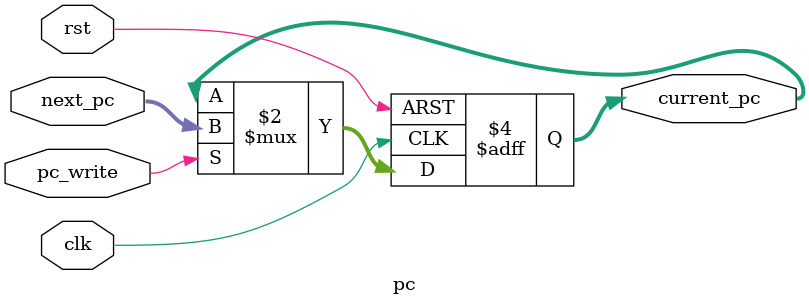
<source format=v>
module pc (
    input wire clk,
    input wire rst,
    input wire pc_write,
    input wire [31:0] next_pc,
    output reg [31:0] current_pc
);

    always @(posedge clk or posedge rst) begin
        if (rst) begin
            current_pc <= 32'b0; 
        end else if (pc_write) begin
            current_pc <= next_pc; 
        end
    end
    
endmodule

</source>
